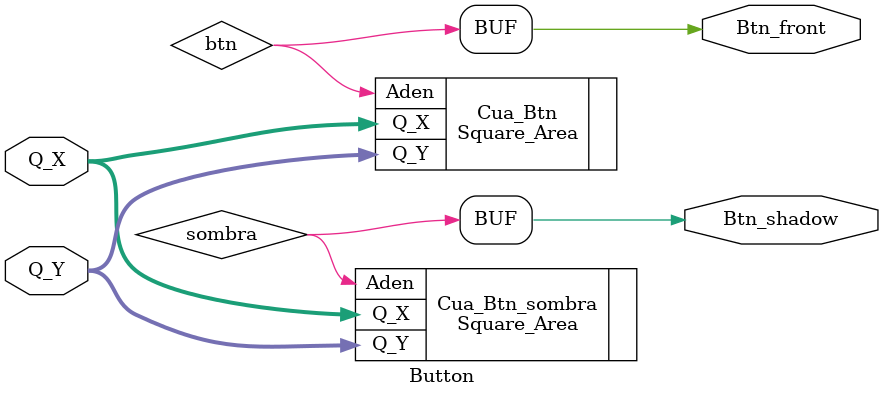
<source format=sv>
module Button #(
    parameter int x_start = 10,
    parameter int y_start = 360,
    parameter int width   = 100,
    parameter int height  = 100
)(
    input  logic [9:0] Q_X, Q_Y,
    output logic Btn_front,     // Parte visible del botón
    output logic Btn_shadow     // Parte sombreada (atrás)
);

    logic btn, sombra;

    // Botón principal
    Square_Area #(
        .x0(x_start),
        .x1(x_start + width),
        .y0(y_start),
        .y1(y_start + height),
        .corn(5)
    ) Cua_Btn (
        .Q_X(Q_X), .Q_Y(Q_Y), .Aden(btn)
    );

    // Sombra del botón (ligeramente más pequeña)
    Square_Area #(
        .x0(x_start + 4),
        .x1(x_start + width - 4),
        .y0(y_start + 4),
        .y1(y_start + height - 50),
        .corn(5)
    ) Cua_Btn_sombra (
        .Q_X(Q_X), .Q_Y(Q_Y), .Aden(sombra)
    );

    // Salidas
    assign Btn_front  = btn;
    assign Btn_shadow = sombra;

endmodule
</source>
